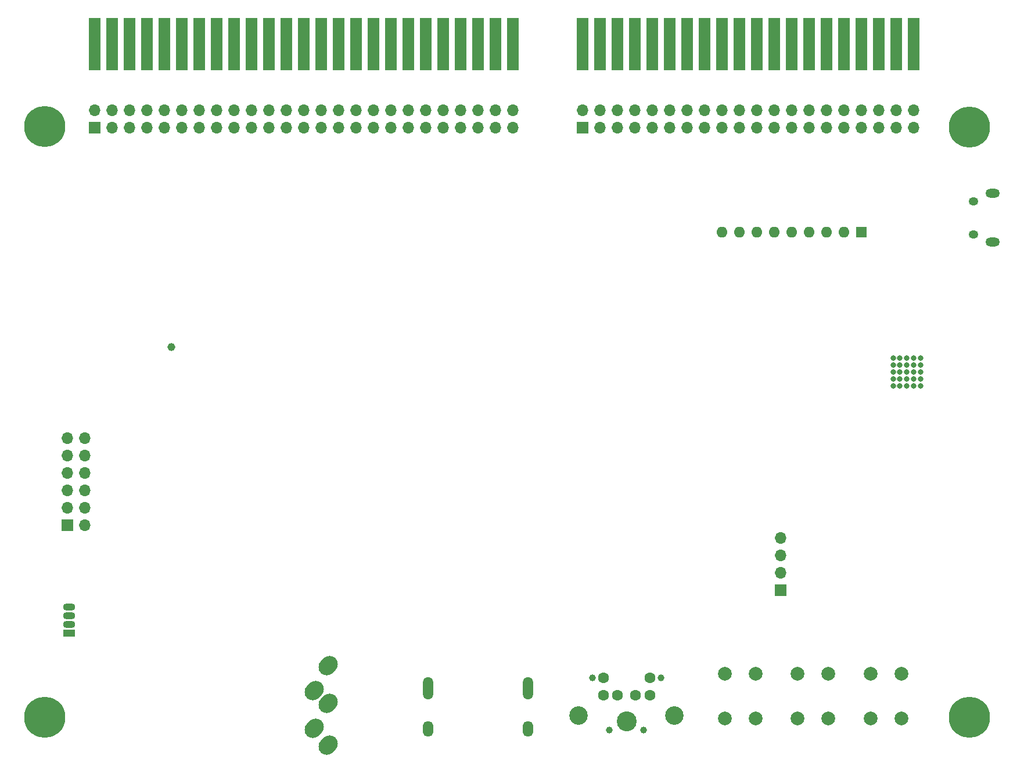
<source format=gbr>
%TF.GenerationSoftware,KiCad,Pcbnew,(6.0.11)*%
%TF.CreationDate,2023-05-25T19:22:19-07:00*%
%TF.ProjectId,TRS-IO++,5452532d-494f-42b2-9b2e-6b696361645f,rev?*%
%TF.SameCoordinates,Original*%
%TF.FileFunction,Soldermask,Bot*%
%TF.FilePolarity,Negative*%
%FSLAX46Y46*%
G04 Gerber Fmt 4.6, Leading zero omitted, Abs format (unit mm)*
G04 Created by KiCad (PCBNEW (6.0.11)) date 2023-05-25 19:22:19*
%MOMM*%
%LPD*%
G01*
G04 APERTURE LIST*
G04 Aperture macros list*
%AMHorizOval*
0 Thick line with rounded ends*
0 $1 width*
0 $2 $3 position (X,Y) of the first rounded end (center of the circle)*
0 $4 $5 position (X,Y) of the second rounded end (center of the circle)*
0 Add line between two ends*
20,1,$1,$2,$3,$4,$5,0*
0 Add two circle primitives to create the rounded ends*
1,1,$1,$2,$3*
1,1,$1,$4,$5*%
G04 Aperture macros list end*
%ADD10R,1.600000X1.600000*%
%ADD11O,1.600000X1.600000*%
%ADD12C,2.000000*%
%ADD13C,0.800000*%
%ADD14C,6.000000*%
%ADD15R,1.700000X1.700000*%
%ADD16O,1.700000X1.700000*%
%ADD17HorizOval,2.400000X-0.212132X-0.212132X0.212132X0.212132X0*%
%ADD18O,1.500000X3.300000*%
%ADD19O,1.500000X2.300000*%
%ADD20O,1.400000X1.200000*%
%ADD21O,2.100000X1.300000*%
%ADD22R,1.778000X7.620000*%
%ADD23R,1.800000X1.070000*%
%ADD24O,1.800000X1.070000*%
%ADD25C,1.600000*%
%ADD26C,1.000000*%
%ADD27C,2.900000*%
%ADD28C,2.700000*%
%ADD29C,1.150000*%
G04 APERTURE END LIST*
D10*
%TO.C,RN1*%
X185028600Y-70713600D03*
D11*
X182488600Y-70713600D03*
X179948600Y-70713600D03*
X177408600Y-70713600D03*
X174868600Y-70713600D03*
X172328600Y-70713600D03*
X169788600Y-70713600D03*
X167248600Y-70713600D03*
X164708600Y-70713600D03*
%TD*%
D12*
%TO.C,SW4*%
X165100000Y-141629200D03*
X165100000Y-135129200D03*
X169600000Y-141629200D03*
X169600000Y-135129200D03*
%TD*%
D13*
%TO.C,H3*%
X202387690Y-139887010D03*
X203046700Y-141478000D03*
X199205710Y-143068990D03*
D14*
X200796700Y-141478000D03*
D13*
X200796700Y-143728000D03*
X202387690Y-143068990D03*
X200796700Y-139228000D03*
X198546700Y-141478000D03*
X199205710Y-139887010D03*
%TD*%
%TO.C,H2*%
X198546700Y-55321200D03*
X202387690Y-53730210D03*
X200796700Y-57571200D03*
X199205710Y-53730210D03*
X203046700Y-55321200D03*
X199205710Y-56912190D03*
X202387690Y-56912190D03*
D14*
X200796700Y-55321200D03*
D13*
X200796700Y-53071200D03*
%TD*%
D12*
%TO.C,SW2*%
X175727350Y-135129200D03*
X175727350Y-141629200D03*
X180227350Y-141629200D03*
X180227350Y-135129200D03*
%TD*%
D15*
%TO.C,J2*%
X144413700Y-55422800D03*
D16*
X144413700Y-52882800D03*
X146953700Y-55422800D03*
X146953700Y-52882800D03*
X149493700Y-55422800D03*
X149493700Y-52882800D03*
X152033700Y-55422800D03*
X152033700Y-52882800D03*
X154573700Y-55422800D03*
X154573700Y-52882800D03*
X157113700Y-55422800D03*
X157113700Y-52882800D03*
X159653700Y-55422800D03*
X159653700Y-52882800D03*
X162193700Y-55422800D03*
X162193700Y-52882800D03*
X164733700Y-55422800D03*
X164733700Y-52882800D03*
X167273700Y-55422800D03*
X167273700Y-52882800D03*
X169813700Y-55422800D03*
X169813700Y-52882800D03*
X172353700Y-55422800D03*
X172353700Y-52882800D03*
X174893700Y-55422800D03*
X174893700Y-52882800D03*
X177433700Y-55422800D03*
X177433700Y-52882800D03*
X179973700Y-55422800D03*
X179973700Y-52882800D03*
X182513700Y-55422800D03*
X182513700Y-52882800D03*
X185053700Y-55422800D03*
X185053700Y-52882800D03*
X187593700Y-55422800D03*
X187593700Y-52882800D03*
X190133700Y-55422800D03*
X190133700Y-52882800D03*
X192673700Y-55422800D03*
X192673700Y-52882800D03*
%TD*%
D17*
%TO.C,J10*%
X105273899Y-137591199D03*
X107273899Y-139391199D03*
X107273899Y-145491199D03*
X105273899Y-143091199D03*
X107273899Y-133891199D03*
%TD*%
D18*
%TO.C,J7*%
X136409000Y-137228600D03*
D19*
X121909000Y-143188600D03*
X136409000Y-143188600D03*
D18*
X121909000Y-137228600D03*
%TD*%
D15*
%TO.C,J8*%
X173255166Y-122892600D03*
D16*
X173255166Y-120352600D03*
X173255166Y-117812600D03*
X173255166Y-115272600D03*
%TD*%
D12*
%TO.C,SW1*%
X186354700Y-135129200D03*
X186354700Y-141629200D03*
X190854700Y-141629200D03*
X190854700Y-135129200D03*
%TD*%
D15*
%TO.C,J5*%
X69322000Y-113411400D03*
D16*
X71862000Y-113411400D03*
X69322000Y-110871400D03*
X71862000Y-110871400D03*
X69322000Y-108331400D03*
X71862000Y-108331400D03*
X69322000Y-105791400D03*
X71862000Y-105791400D03*
X69322000Y-103251400D03*
X71862000Y-103251400D03*
X69322000Y-100711400D03*
X71862000Y-100711400D03*
%TD*%
D13*
%TO.C,U1*%
X189655900Y-90090800D03*
X192655900Y-90090800D03*
X192655900Y-91090800D03*
X189655900Y-91090800D03*
X193655900Y-93090800D03*
X193655900Y-89090800D03*
X189655900Y-92090800D03*
X190655900Y-91090800D03*
X191655900Y-93090800D03*
X189655900Y-93090800D03*
X189655900Y-89090800D03*
X191655900Y-92090800D03*
X191655900Y-91090800D03*
X193655900Y-91090800D03*
X192655900Y-93090800D03*
X190655900Y-93090800D03*
X190655900Y-89090800D03*
X192655900Y-92090800D03*
X193655900Y-92090800D03*
X192655900Y-89090800D03*
X190655900Y-90090800D03*
X191655900Y-90090800D03*
X193655900Y-90090800D03*
X191655900Y-89090800D03*
X190655900Y-92090800D03*
%TD*%
%TO.C,H1*%
X66024300Y-57520400D03*
X64433310Y-56861390D03*
X68274300Y-55270400D03*
D14*
X66024300Y-55270400D03*
D13*
X64433310Y-53679410D03*
X67615290Y-56861390D03*
X67615290Y-53679410D03*
X66024300Y-53020400D03*
X63774300Y-55270400D03*
%TD*%
D20*
%TO.C,J12*%
X201374000Y-66155000D03*
D21*
X204124000Y-72155000D03*
X204124000Y-65005000D03*
D20*
X201374000Y-71005000D03*
%TD*%
D22*
%TO.C,J4*%
X144408700Y-43281600D03*
X146948700Y-43281600D03*
X149488700Y-43281600D03*
X152028700Y-43281600D03*
X154568700Y-43281600D03*
X157108700Y-43281600D03*
X159648700Y-43281600D03*
X162188700Y-43281600D03*
X164728700Y-43281600D03*
X167268700Y-43281600D03*
X169808700Y-43281600D03*
X172348700Y-43281600D03*
X174888700Y-43281600D03*
X177428700Y-43281600D03*
X179968700Y-43281600D03*
X182508700Y-43281600D03*
X185048700Y-43281600D03*
X187588700Y-43281600D03*
X190128700Y-43281600D03*
X192668700Y-43281600D03*
%TD*%
%TO.C,J3*%
X73263300Y-43281600D03*
X75803300Y-43281600D03*
X78343300Y-43281600D03*
X80883300Y-43281600D03*
X83423300Y-43281600D03*
X85963300Y-43281600D03*
X88503300Y-43281600D03*
X91043300Y-43281600D03*
X93583300Y-43281600D03*
X96123300Y-43281600D03*
X98663300Y-43281600D03*
X101203300Y-43281600D03*
X103743300Y-43281600D03*
X106283300Y-43281600D03*
X108823300Y-43281600D03*
X111363300Y-43281600D03*
X113903300Y-43281600D03*
X116443300Y-43281600D03*
X118983300Y-43281600D03*
X121523300Y-43281600D03*
X124063300Y-43281600D03*
X126603300Y-43281600D03*
X129143300Y-43281600D03*
X131683300Y-43281600D03*
X134223300Y-43281600D03*
%TD*%
D23*
%TO.C,D1*%
X69543200Y-129156000D03*
D24*
X69543200Y-127886000D03*
X69543200Y-126616000D03*
X69543200Y-125346000D03*
%TD*%
D25*
%TO.C,J11*%
X152109500Y-138232700D03*
X149509500Y-138232700D03*
X154209500Y-138232700D03*
X147409500Y-138232700D03*
X154209500Y-135732700D03*
X147409500Y-135732700D03*
D26*
X153309500Y-143332700D03*
X148309500Y-143332700D03*
X155809500Y-135732700D03*
X145809500Y-135732700D03*
D27*
X150809500Y-142032700D03*
D28*
X157809500Y-141232700D03*
X143809500Y-141232700D03*
%TD*%
D29*
%TO.C,Conn1*%
X84440300Y-87422900D03*
%TD*%
D15*
%TO.C,J1*%
X73237900Y-55422800D03*
D16*
X73237900Y-52882800D03*
X75777900Y-55422800D03*
X75777900Y-52882800D03*
X78317900Y-55422800D03*
X78317900Y-52882800D03*
X80857900Y-55422800D03*
X80857900Y-52882800D03*
X83397900Y-55422800D03*
X83397900Y-52882800D03*
X85937900Y-55422800D03*
X85937900Y-52882800D03*
X88477900Y-55422800D03*
X88477900Y-52882800D03*
X91017900Y-55422800D03*
X91017900Y-52882800D03*
X93557900Y-55422800D03*
X93557900Y-52882800D03*
X96097900Y-55422800D03*
X96097900Y-52882800D03*
X98637900Y-55422800D03*
X98637900Y-52882800D03*
X101177900Y-55422800D03*
X101177900Y-52882800D03*
X103717900Y-55422800D03*
X103717900Y-52882800D03*
X106257900Y-55422800D03*
X106257900Y-52882800D03*
X108797900Y-55422800D03*
X108797900Y-52882800D03*
X111337900Y-55422800D03*
X111337900Y-52882800D03*
X113877900Y-55422800D03*
X113877900Y-52882800D03*
X116417900Y-55422800D03*
X116417900Y-52882800D03*
X118957900Y-55422800D03*
X118957900Y-52882800D03*
X121497900Y-55422800D03*
X121497900Y-52882800D03*
X124037900Y-55422800D03*
X124037900Y-52882800D03*
X126577900Y-55422800D03*
X126577900Y-52882800D03*
X129117900Y-55422800D03*
X129117900Y-52882800D03*
X131657900Y-55422800D03*
X131657900Y-52882800D03*
X134197900Y-55422800D03*
X134197900Y-52882800D03*
%TD*%
D13*
%TO.C,H4*%
X66024300Y-143728000D03*
X68274300Y-141478000D03*
X64433310Y-139887010D03*
X66024300Y-139228000D03*
X64433310Y-143068990D03*
X67615290Y-143068990D03*
D14*
X66024300Y-141478000D03*
D13*
X63774300Y-141478000D03*
X67615290Y-139887010D03*
%TD*%
M02*

</source>
